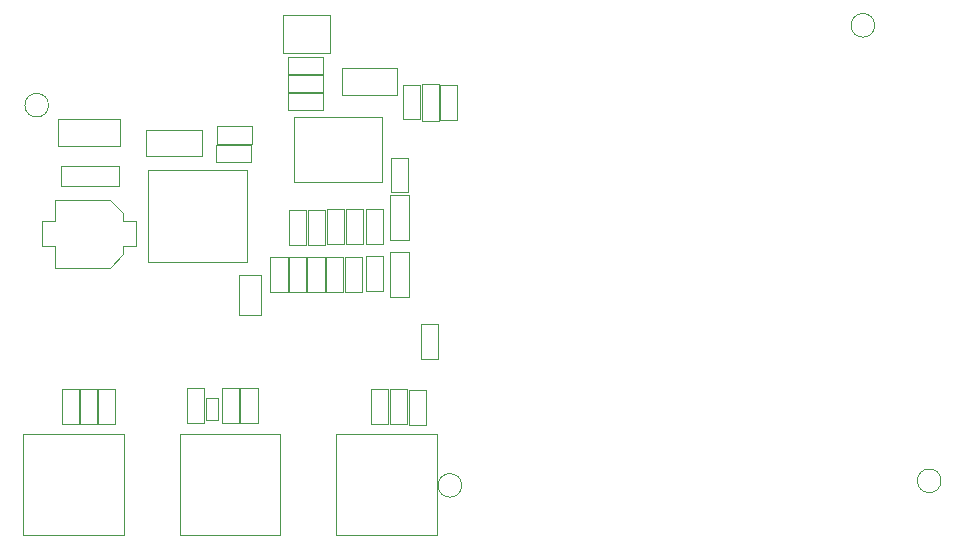
<source format=gbr>
G04 #@! TF.GenerationSoftware,KiCad,Pcbnew,9.0.0*
G04 #@! TF.CreationDate,2025-08-29T11:38:16+03:00*
G04 #@! TF.ProjectId,GSM_PCBSMAFRAHT,47534d5f-5043-4425-934d-414652414854,rev?*
G04 #@! TF.SameCoordinates,Original*
G04 #@! TF.FileFunction,Other,User*
%FSLAX46Y46*%
G04 Gerber Fmt 4.6, Leading zero omitted, Abs format (unit mm)*
G04 Created by KiCad (PCBNEW 9.0.0) date 2025-08-29 11:38:16*
%MOMM*%
%LPD*%
G01*
G04 APERTURE LIST*
%ADD10C,0.050000*%
G04 APERTURE END LIST*
D10*
X102590000Y-97435000D02*
X104050000Y-97435000D01*
X102590000Y-100395000D02*
X102590000Y-97435000D01*
X104050000Y-97435000D02*
X104050000Y-100395000D01*
X104050000Y-100395000D02*
X102590000Y-100395000D01*
X89270000Y-108525000D02*
X90730000Y-108525000D01*
X89270000Y-111485000D02*
X89270000Y-108525000D01*
X90730000Y-108525000D02*
X90730000Y-111485000D01*
X90730000Y-111485000D02*
X89270000Y-111485000D01*
X153090000Y-116380000D02*
G75*
G02*
X151090000Y-116380000I-1000000J0D01*
G01*
X151090000Y-116380000D02*
G75*
G02*
X153090000Y-116380000I1000000J0D01*
G01*
X97820000Y-83540000D02*
X100780000Y-83540000D01*
X97820000Y-85000000D02*
X97820000Y-83540000D01*
X100780000Y-83540000D02*
X100780000Y-85000000D01*
X100780000Y-85000000D02*
X97820000Y-85000000D01*
X101020000Y-97420000D02*
X102480000Y-97420000D01*
X101020000Y-100380000D02*
X101020000Y-97420000D01*
X102480000Y-97420000D02*
X102480000Y-100380000D01*
X102480000Y-100380000D02*
X101020000Y-100380000D01*
X101320000Y-76915000D02*
X97420000Y-76915000D01*
X97420000Y-80165000D01*
X101320000Y-80165000D01*
X101320000Y-76915000D01*
X91750000Y-87920000D02*
X94710000Y-87920000D01*
X91750000Y-89380000D02*
X91750000Y-87920000D01*
X94710000Y-87920000D02*
X94710000Y-89380000D01*
X94710000Y-89380000D02*
X91750000Y-89380000D01*
X97810000Y-82010000D02*
X100770000Y-82010000D01*
X97810000Y-83470000D02*
X97810000Y-82010000D01*
X100770000Y-82010000D02*
X100770000Y-83470000D01*
X100770000Y-83470000D02*
X97810000Y-83470000D01*
X85940000Y-90070000D02*
X85940000Y-97870000D01*
X85940000Y-97870000D02*
X94340000Y-97870000D01*
X94340000Y-90070000D02*
X85940000Y-90070000D01*
X94340000Y-97870000D02*
X94340000Y-90070000D01*
X106450000Y-108630000D02*
X107910000Y-108630000D01*
X106450000Y-111590000D02*
X106450000Y-108630000D01*
X107910000Y-108630000D02*
X107910000Y-111590000D01*
X107910000Y-111590000D02*
X106450000Y-111590000D01*
X85740000Y-86640000D02*
X90500000Y-86640000D01*
X85740000Y-88840000D02*
X85740000Y-86640000D01*
X90500000Y-86640000D02*
X90500000Y-88840000D01*
X90500000Y-88840000D02*
X85740000Y-88840000D01*
X108030000Y-100810000D02*
X106430000Y-100810000D01*
X106430000Y-97010000D01*
X108030000Y-97010000D01*
X108030000Y-100810000D01*
X104840000Y-108620000D02*
X106300000Y-108620000D01*
X104840000Y-111580000D02*
X104840000Y-108620000D01*
X106300000Y-108620000D02*
X106300000Y-111580000D01*
X106300000Y-111580000D02*
X104840000Y-111580000D01*
X77530000Y-84580000D02*
G75*
G02*
X75530000Y-84580000I-1000000J0D01*
G01*
X75530000Y-84580000D02*
G75*
G02*
X77530000Y-84580000I1000000J0D01*
G01*
X109145381Y-85918480D02*
X110595381Y-85918480D01*
X110595381Y-82768480D01*
X109145381Y-82768480D01*
X109145381Y-85918480D01*
X80160000Y-108630000D02*
X81620000Y-108630000D01*
X80160000Y-111590000D02*
X80160000Y-108630000D01*
X81620000Y-108630000D02*
X81620000Y-111590000D01*
X81620000Y-111590000D02*
X80160000Y-111590000D01*
X104380000Y-93350000D02*
X105840000Y-93350000D01*
X104380000Y-96310000D02*
X104380000Y-93350000D01*
X105840000Y-93350000D02*
X105840000Y-96310000D01*
X105840000Y-96310000D02*
X104380000Y-96310000D01*
X147480000Y-77820000D02*
G75*
G02*
X145480000Y-77820000I-1000000J0D01*
G01*
X145480000Y-77820000D02*
G75*
G02*
X147480000Y-77820000I1000000J0D01*
G01*
X101890000Y-112440000D02*
X110390000Y-112440000D01*
X110390000Y-120940000D01*
X101890000Y-120940000D01*
X101890000Y-112440000D01*
X93780000Y-108550000D02*
X95240000Y-108550000D01*
X93780000Y-111510000D02*
X93780000Y-108550000D01*
X95240000Y-108550000D02*
X95240000Y-111510000D01*
X95240000Y-111510000D02*
X93780000Y-111510000D01*
X106430000Y-92180000D02*
X108030000Y-92180000D01*
X108030000Y-95980000D01*
X106430000Y-95980000D01*
X106430000Y-92180000D01*
X112510000Y-116770000D02*
G75*
G02*
X110510000Y-116770000I-1000000J0D01*
G01*
X110510000Y-116770000D02*
G75*
G02*
X112510000Y-116770000I1000000J0D01*
G01*
X109080000Y-103130000D02*
X110540000Y-103130000D01*
X109080000Y-106090000D02*
X109080000Y-103130000D01*
X110540000Y-103130000D02*
X110540000Y-106090000D01*
X110540000Y-106090000D02*
X109080000Y-106090000D01*
X102680000Y-93380000D02*
X104140000Y-93380000D01*
X102680000Y-96340000D02*
X102680000Y-93380000D01*
X104140000Y-93380000D02*
X104140000Y-96340000D01*
X104140000Y-96340000D02*
X102680000Y-96340000D01*
X78630000Y-108640000D02*
X80090000Y-108640000D01*
X78630000Y-111600000D02*
X78630000Y-108640000D01*
X80090000Y-108640000D02*
X80090000Y-111600000D01*
X80090000Y-111600000D02*
X78630000Y-111600000D01*
X102410000Y-81450000D02*
X107010000Y-81450000D01*
X102410000Y-83750000D02*
X102410000Y-81450000D01*
X107010000Y-81450000D02*
X107010000Y-83750000D01*
X107010000Y-83750000D02*
X102410000Y-83750000D01*
X92210000Y-108530000D02*
X93670000Y-108530000D01*
X92210000Y-111490000D02*
X92210000Y-108530000D01*
X93670000Y-108530000D02*
X93670000Y-111490000D01*
X93670000Y-111490000D02*
X92210000Y-111490000D01*
X83500000Y-91440000D02*
X78560000Y-91440000D01*
X78560000Y-89700000D01*
X83500000Y-89700000D01*
X83500000Y-91440000D01*
X104390000Y-97345000D02*
X105850000Y-97345000D01*
X104390000Y-100305000D02*
X104390000Y-97345000D01*
X105850000Y-97345000D02*
X105850000Y-100305000D01*
X105850000Y-100305000D02*
X104390000Y-100305000D01*
X97860000Y-93420000D02*
X99320000Y-93420000D01*
X97860000Y-96380000D02*
X97860000Y-93420000D01*
X99320000Y-93420000D02*
X99320000Y-96380000D01*
X99320000Y-96380000D02*
X97860000Y-96380000D01*
X77010000Y-94420000D02*
X78060000Y-94420000D01*
X77010000Y-96520000D02*
X77010000Y-94420000D01*
X78060000Y-94420000D02*
X78060000Y-92570000D01*
X78060000Y-96520000D02*
X77010000Y-96520000D01*
X78060000Y-98370000D02*
X78060000Y-96520000D01*
X82710000Y-92570000D02*
X78060000Y-92570000D01*
X82710000Y-98370000D02*
X78060000Y-98370000D01*
X83860000Y-93720000D02*
X82710000Y-92570000D01*
X83860000Y-94420000D02*
X83860000Y-93720000D01*
X83860000Y-96520000D02*
X84910000Y-96520000D01*
X83860000Y-97220000D02*
X82710000Y-98370000D01*
X83860000Y-97220000D02*
X83860000Y-96520000D01*
X84910000Y-94420000D02*
X83860000Y-94420000D01*
X84910000Y-96520000D02*
X84910000Y-94420000D01*
X81720000Y-108645000D02*
X83180000Y-108645000D01*
X81720000Y-111605000D02*
X81720000Y-108645000D01*
X83180000Y-108645000D02*
X83180000Y-111605000D01*
X83180000Y-111605000D02*
X81720000Y-111605000D01*
X91760000Y-86380000D02*
X94720000Y-86380000D01*
X91760000Y-87840000D02*
X91760000Y-86380000D01*
X94720000Y-86380000D02*
X94720000Y-87840000D01*
X94720000Y-87840000D02*
X91760000Y-87840000D01*
X110690000Y-82900000D02*
X112150000Y-82900000D01*
X110690000Y-85860000D02*
X110690000Y-82900000D01*
X112150000Y-82900000D02*
X112150000Y-85860000D01*
X112150000Y-85860000D02*
X110690000Y-85860000D01*
X97800000Y-80470000D02*
X100760000Y-80470000D01*
X97800000Y-81930000D02*
X97800000Y-80470000D01*
X100760000Y-80470000D02*
X100760000Y-81930000D01*
X100760000Y-81930000D02*
X97800000Y-81930000D01*
X106530000Y-89010000D02*
X107990000Y-89010000D01*
X106530000Y-91970000D02*
X106530000Y-89010000D01*
X107990000Y-89010000D02*
X107990000Y-91970000D01*
X107990000Y-91970000D02*
X106530000Y-91970000D01*
X88640000Y-112440000D02*
X97140000Y-112440000D01*
X97140000Y-120940000D01*
X88640000Y-120940000D01*
X88640000Y-112440000D01*
X108060000Y-108655000D02*
X109520000Y-108655000D01*
X108060000Y-111615000D02*
X108060000Y-108655000D01*
X109520000Y-108655000D02*
X109520000Y-111615000D01*
X109520000Y-111615000D02*
X108060000Y-111615000D01*
X90900000Y-109395000D02*
X91840000Y-109395000D01*
X90900000Y-111255000D02*
X90900000Y-109395000D01*
X91840000Y-109395000D02*
X91840000Y-111255000D01*
X91840000Y-111255000D02*
X90900000Y-111255000D01*
X98327000Y-85595000D02*
X105777000Y-85595000D01*
X98327000Y-91095000D02*
X98327000Y-85595000D01*
X105777000Y-85595000D02*
X105777000Y-91095000D01*
X105777000Y-91095000D02*
X98327000Y-91095000D01*
X93620000Y-98960000D02*
X95520000Y-98960000D01*
X93620000Y-102320000D02*
X93620000Y-98960000D01*
X95520000Y-98960000D02*
X95520000Y-102320000D01*
X95520000Y-102320000D02*
X93620000Y-102320000D01*
X83620000Y-88060000D02*
X78360000Y-88060000D01*
X78360000Y-85710000D01*
X83620000Y-85710000D01*
X83620000Y-88060000D01*
X75390000Y-112440000D02*
X83890000Y-112440000D01*
X83890000Y-120940000D01*
X75390000Y-120940000D01*
X75390000Y-112440000D01*
X107560000Y-82830000D02*
X109020000Y-82830000D01*
X107560000Y-85790000D02*
X107560000Y-82830000D01*
X109020000Y-82830000D02*
X109020000Y-85790000D01*
X109020000Y-85790000D02*
X107560000Y-85790000D01*
X96310000Y-97400000D02*
X97770000Y-97400000D01*
X96310000Y-100360000D02*
X96310000Y-97400000D01*
X97770000Y-97400000D02*
X97770000Y-100360000D01*
X97770000Y-100360000D02*
X96310000Y-100360000D01*
X97880000Y-97410000D02*
X99340000Y-97410000D01*
X97880000Y-100370000D02*
X97880000Y-97410000D01*
X99340000Y-97410000D02*
X99340000Y-100370000D01*
X99340000Y-100370000D02*
X97880000Y-100370000D01*
X99450000Y-97410000D02*
X100910000Y-97410000D01*
X99450000Y-100370000D02*
X99450000Y-97410000D01*
X100910000Y-97410000D02*
X100910000Y-100370000D01*
X100910000Y-100370000D02*
X99450000Y-100370000D01*
X99490000Y-93440000D02*
X100950000Y-93440000D01*
X99490000Y-96400000D02*
X99490000Y-93440000D01*
X100950000Y-93440000D02*
X100950000Y-96400000D01*
X100950000Y-96400000D02*
X99490000Y-96400000D01*
X101110000Y-93410000D02*
X102570000Y-93410000D01*
X101110000Y-96370000D02*
X101110000Y-93410000D01*
X102570000Y-93410000D02*
X102570000Y-96370000D01*
X102570000Y-96370000D02*
X101110000Y-96370000D01*
M02*

</source>
